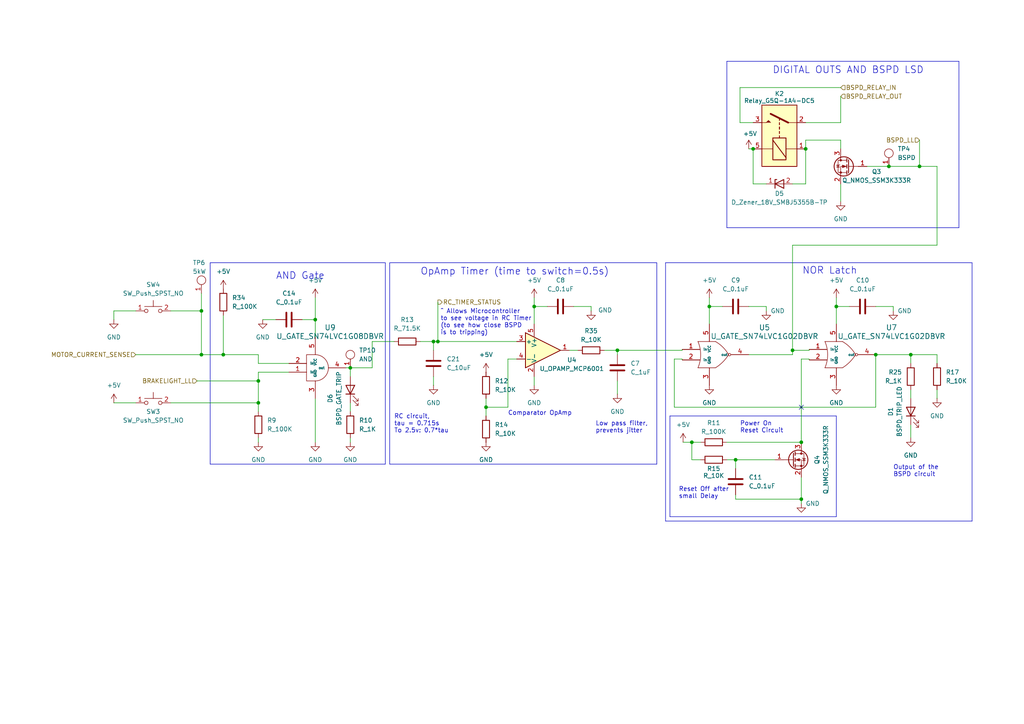
<source format=kicad_sch>
(kicad_sch (version 20231120) (generator "eeschema") (generator_version "8.0")
  (paper "A4")
  (title_block (title "BSPD (Brake System Plausability Device)") (date "2024-10-23") (rev "2") (company "Olin Electric Motorsports") (comment 1 "Rev. by Henry Tejada Deras") (comment 2 "By Ian Walsh"))
  (lib_symbols
    (symbol "+5V_1" (power) (pin_numbers hide) (pin_names (offset 0) hide)
      (property "Value" "+5V" (at 0 3.556 0))
      (symbol "+5V_1_1_1"
        (pin power_in line (at 0 0 90) (length 0) (name "~") (number "1"))
      )
    )
    (symbol "+5V_2" (power) (pin_numbers hide) (pin_names (offset 0) hide)
      (property "Value" "+5V" (at 0 3.556 0))
      (symbol "+5V_2_1_1"
        (pin power_in line (at 0 0 90) (length 0) (name "~") (number "1"))
      )
    )
    (symbol "GND_2" (power) (pin_numbers hide) (pin_names (offset 0) hide)
      (property "Value" "GND" (at 0 -3.81 0))
      (symbol "GND_2_1_1"
        (pin power_in line (at 0 0 270) (length 0) (name "~") (number "1"))
      )
    )
    (symbol "OEM:C_0.1uF" (pin_numbers hide) (pin_names (offset 0.254))
      (property "Reference" "C" (at 0.635 2.54 0))
      (property "Value" "C_0.1uF" (at 0.635 -2.54 0))
      (symbol "C_0.1uF_1_1"
        (pin passive line (at 0 3.81 270) (length 2.794) (name "~") (number "1"))
        (pin passive line (at 0 -3.81 90) (length 2.794) (name "~") (number "2"))
      )
    )
    (symbol "OEM:C_10uF" (pin_numbers hide) (pin_names (offset 0.254))
      (property "Reference" "C" (at 0.635 2.54 0))
      (property "Value" "C_10uF" (at 0.635 -2.54 0))
      (symbol "C_10uF_1_1"
        (pin passive line (at 0 3.81 270) (length 2.794) (name "~") (number "1"))
        (pin passive line (at 0 -3.81 90) (length 2.794) (name "~") (number "2"))
      )
    )
    (symbol "OEM:C_1uF" (pin_numbers hide) (pin_names (offset 0.254))
      (property "Reference" "C" (at 0.635 2.54 0))
      (property "Value" "C_1uF" (at 0.635 -2.54 0))
      (symbol "C_1uF_1_1"
        (pin passive line (at 0 3.81 270) (length 2.794) (name "~") (number "1"))
        (pin passive line (at 0 -3.81 90) (length 2.794) (name "~") (number "2"))
      )
    )
    (symbol "OEM:D_Zener_18V_SMBJ5355B-TP" (pin_names (offset 1.016) hide)
      (property "Reference" "D" (at 0 2.54 0))
      (property "Value" "D_Zener_18V_SMBJ5355B-TP" (at 0 -2.54 0))
      (symbol "D_Zener_18V_SMBJ5355B-TP_1_1"
        (pin passive line (at -3.81 0 0) (length 2.54) (name "K") (number "1"))
        (pin passive line (at 3.81 0 180) (length 2.54) (name "A") (number "2"))
      )
    )
    (symbol "OEM:LED_AMBER" (pin_numbers hide) (pin_names (offset 1.016) hide)
      (property "Reference" "D" (at 0 2.54 0))
      (property "Value" "LED_AMBER" (at 0 -2.54 0))
      (symbol "LED_AMBER_1_1"
        (pin passive line (at -3.81 0 0) (length 2.54) (name "K") (number "1"))
        (pin passive line (at 3.81 0 180) (length 2.54) (name "A") (number "2"))
      )
    )
    (symbol "OEM:LED_RED" (pin_numbers hide) (pin_names (offset 1.016) hide)
      (property "Reference" "D" (at 0 2.54 0))
      (property "Value" "LED_RED" (at 0 -2.54 0))
      (symbol "LED_RED_1_1"
        (pin passive line (at -3.81 0 0) (length 2.54) (name "K") (number "1"))
        (pin passive line (at 3.81 0 180) (length 2.54) (name "A") (number "2"))
      )
    )
    (symbol "OEM:Q_NMOS_SSM3K333R" (pin_names (offset 0) hide)
      (property "Reference" "Q" (at 5.08 1.27 0))
      (property "Value" "Q_NMOS_SSM3K333R" (at 5.08 -1.27 0))
      (symbol "Q_NMOS_SSM3K333R_1_1"
        (pin input line (at -5.08 0 0) (length 2.54) (name "G") (number "1"))
        (pin passive line (at 2.54 -5.08 90) (length 2.54) (name "S") (number "2"))
        (pin passive line (at 2.54 5.08 270) (length 2.54) (name "D") (number "3"))
      )
    )
    (symbol "OEM:R_100K" (pin_numbers hide) (pin_names (offset 0))
      (property "Reference" "R" (at 2.032 0 90))
      (property "Value" "R_100K" (at 0 0 90))
      (symbol "R_100K_1_1"
        (pin passive line (at 0 3.81 270) (length 1.27) (name "~") (number "1"))
        (pin passive line (at 0 -3.81 90) (length 1.27) (name "~") (number "2"))
      )
    )
    (symbol "OEM:R_10K" (pin_numbers hide) (pin_names (offset 0))
      (property "Reference" "R" (at 2.032 0 90))
      (property "Value" "R_10K" (at 0 0 90))
      (symbol "R_10K_1_1"
        (pin passive line (at 0 3.81 270) (length 1.27) (name "~") (number "1"))
        (pin passive line (at 0 -3.81 90) (length 1.27) (name "~") (number "2"))
      )
    )
    (symbol "OEM:R_1K" (pin_numbers hide) (pin_names (offset 0))
      (property "Reference" "R" (at 2.032 0 90))
      (property "Value" "R_1K" (at 0 0 90))
      (symbol "R_1K_1_1"
        (pin passive line (at 0 3.81 270) (length 1.27) (name "~") (number "1"))
        (pin passive line (at 0 -3.81 90) (length 1.27) (name "~") (number "2"))
      )
    )
    (symbol "OEM:R_71.5K" (pin_numbers hide) (pin_names (offset 0))
      (property "Reference" "R" (at 2.032 0 90))
      (property "Value" "R_71.5K" (at 0 0 90))
      (symbol "R_71.5K_1_1"
        (pin passive line (at 0 3.81 270) (length 1.27) (name "~") (number "1"))
        (pin passive line (at 0 -3.81 90) (length 1.27) (name "~") (number "2"))
      )
    )
    (symbol "OEM:Relay_G5Q-1A4-DC5" (pin_names (offset 1.016))
      (property "Reference" "K" (at 8.89 3.81 0))
      (property "Value" "Relay_G5Q-1A4-DC5" (at -10.16 -3.81 0))
      (symbol "Relay_G5Q-1A4-DC5_1_1"
        (pin passive line (at -5.08 -7.62 90) (length 2.54) (name "~") (number "1"))
        (pin passive line (at 2.54 -7.62 90) (length 2.54) (name "~") (number "2"))
        (pin passive line (at 2.54 7.62 270) (length 2.54) (name "~") (number "3"))
        (pin passive line (at -5.08 7.62 270) (length 2.54) (name "~") (number "5"))
      )
    )
    (symbol "OEM:TP_SMD" (pin_names (offset 1.016))
      (property "Reference" "TP" (at 0 7.62 0))
      (property "Value" "TP_SMD" (at 1.27 5.08 0))
      (symbol "TP_SMD_1_1"
        (pin input line (at 0 -1.27 90) (length 2.54) (name "~") (number "1"))
      )
    )
    (symbol "OEM:U_GATE_SN74LVC1G02DBVR" (pin_names (offset 1.016))
      (property "Reference" "U" (at 0 17.78 0))
      (property "Value" "U_GATE_SN74LVC1G02DBVR" (at 0 13.97 0))
      (symbol "U_GATE_SN74LVC1G02DBVR_1_1"
        (pin bidirectional line (at -7.874 1.524 0) (length 5.08) (name "in") (number "1"))
        (pin bidirectional line (at -7.874 -1.524 0) (length 5.08) (name "in") (number "2"))
        (pin bidirectional line (at 0 -8.89 90) (length 5.08) (name "GND") (number "3"))
        (pin bidirectional line (at 11.43 0 180) (length 5.08) (name "out") (number "4"))
        (pin bidirectional line (at 0 8.89 270) (length 5.08) (name "VCC") (number "5"))
      )
    )
    (symbol "OEM:U_GATE_SN74LVC1G08DBVR" (pin_names (offset 1.016))
      (property "Reference" "U" (at 0 12.7 0))
      (property "Value" "U_GATE_SN74LVC1G08DBVR" (at 0 16.51 0))
      (symbol "U_GATE_SN74LVC1G08DBVR_1_1"
        (pin bidirectional line (at -7.62 -1.27 0) (length 5.08) (name "in") (number "1"))
        (pin bidirectional line (at -7.62 1.27 0) (length 5.08) (name "in") (number "2"))
        (pin bidirectional line (at 0 -8.89 90) (length 5.08) (name "GND") (number "3"))
        (pin bidirectional line (at 8.89 0 180) (length 5.08) (name "out") (number "4"))
        (pin bidirectional line (at 0 8.89 270) (length 5.08) (name "VCC") (number "5"))
      )
    )
    (symbol "OEM:U_OPAMP_MCP6001" (pin_names (offset 0.127))
      (property "Reference" "U" (at 0 5.08 0))
      (property "Value" "U_OPAMP_MCP6001" (at 0 -5.08 0))
      (symbol "U_OPAMP_MCP6001_0_1"
        (pin power_in line (at -2.54 -7.62 90) (length 3.81) (name "V-") (number "2"))
        (pin power_in line (at -2.54 7.62 270) (length 3.81) (name "V+") (number "5"))
      )
      (symbol "U_OPAMP_MCP6001_1_1"
        (pin output line (at 7.62 0 180) (length 2.54) (name "~") (number "1"))
        (pin input line (at -7.62 2.54 0) (length 2.54) (name "+") (number "3"))
        (pin input line (at -7.62 -2.54 0) (length 2.54) (name "-") (number "4"))
      )
    )
    (symbol "SW_Push_SPST_NO_1" (pin_names (offset 1.016) hide)
      (property "Reference" "SW" (at 2.54 3.81 0))
      (property "Value" "SW_Push_SPST_NO" (at 1.27 -2.54 0))
      (symbol "SW_Push_SPST_NO_1_1_1"
        (pin passive line (at -5.08 0 0) (length 2.54) (name "1") (number "1"))
        (pin passive line (at 5.08 0 180) (length 2.54) (name "2") (number "2"))
      )
    )
    (symbol "TP_SMD_1" (pin_names (offset 1.016))
      (property "Reference" "TP" (at 0 7.62 0))
      (property "Value" "TP_SMD" (at 1.27 5.08 0))
      (symbol "TP_SMD_1_1_1"
        (pin input line (at 0 -1.27 90) (length 2.54) (name "~") (number "1"))
      )
    )
    (symbol "TP_SMD_2" (pin_names (offset 1.016))
      (property "Reference" "TP" (at 0 7.62 0))
      (property "Value" "TP_SMD" (at 1.27 5.08 0))
      (symbol "TP_SMD_2_1_1"
        (pin input line (at 0 -1.27 90) (length 2.54) (name "~") (number "1"))
      )
    )
    (symbol "power:+5V" (power) (pin_names (offset 0))
      (property "Value" "+5V" (at 0 3.556 0))
      (symbol "+5V_1_1"
        (pin power_in line (at 0 0 90) (length 0) hide (name "+5V") (number "1"))
      )
    )
    (symbol "power:GND" (power) (pin_numbers hide) (pin_names (offset 0) hide)
      (property "Value" "GND" (at 0 -3.81 0))
      (symbol "GND_1_1"
        (pin power_in line (at 0 0 270) (length 0) (name "~") (number "1"))
      )
    )
  )
  (junction (at 125.73 99.06))
  (junction (at 213.36 133.35))
  (junction (at 264.16 102.87))
  (junction (at 242.57 88.9))
  (junction (at 58.42 102.87))
  (junction (at 127 99.06))
  (junction (at 266.7 48.26))
  (junction (at 91.44 92.71))
  (junction (at 58.42 90.17))
  (junction (at 254 102.87))
  (junction (at 233.68 43.18))
  (junction (at 140.97 118.11))
  (junction (at 205.74 88.9))
  (junction (at 154.94 88.9))
  (junction (at 257.81 48.26))
  (junction (at 74.93 116.84))
  (junction (at 232.41 128.27))
  (junction (at 232.41 144.78))
  (junction (at 200.66 128.27))
  (junction (at 218.44 43.18))
  (junction (at 229.87 101.6))
  (junction (at 64.77 102.87))
  (junction (at 179.07 101.6))
  (junction (at 101.6 106.68))
  (junction (at 74.93 110.49))
  (no_connect (at 232.41 118.11))
  (polyline (pts (xy 193.04 76.2) (xy 193.04 151.13)))
  (wire (pts (xy 100.33 106.68) (xy 101.6 106.68)))
  (wire (pts (xy 229.87 101.6) (xy 234.696 101.6)))
  (wire (pts (xy 154.94 86.36) (xy 154.94 88.9)))
  (wire (pts (xy 58.42 85.09) (xy 58.42 90.17)))
  (wire (pts (xy 264.16 123.19) (xy 264.16 127)))
  (polyline (pts (xy 193.04 151.13) (xy 281.94 151.13)))
  (wire (pts (xy 200.66 128.27) (xy 203.2 128.27)))
  (wire (pts (xy 271.78 113.03) (xy 271.78 115.57)))
  (wire (pts (xy 232.41 144.78) (xy 232.41 146.05)))
  (wire (pts (xy 243.84 25.4) (xy 214.63 25.4)))
  (wire (pts (xy 214.63 25.4) (xy 214.63 35.56)))
  (wire (pts (xy 266.7 40.64) (xy 266.7 48.26)))
  (wire (pts (xy 232.41 138.43) (xy 232.41 144.78)))
  (wire (pts (xy 57.15 110.49) (xy 74.93 110.49)))
  (polyline (pts (xy 193.04 76.2) (xy 281.94 76.2)))
  (polyline (pts (xy 60.96 76.2) (xy 111.76 76.2)))
  (wire (pts (xy 101.6 116.84) (xy 101.6 119.38)))
  (wire (pts (xy 165.1 101.6) (xy 167.64 101.6)))
  (wire (pts (xy 121.92 99.06) (xy 125.73 99.06)))
  (wire (pts (xy 229.87 102.87) (xy 229.87 101.6)))
  (wire (pts (xy 217.17 88.9) (xy 222.25 88.9)))
  (polyline (pts (xy 190.5 134.62) (xy 190.5 76.2)))
  (wire (pts (xy 101.6 109.22) (xy 101.6 106.68)))
  (wire (pts (xy 49.53 116.84) (xy 74.93 116.84)))
  (wire (pts (xy 64.77 102.87) (xy 74.93 102.87)))
  (wire (pts (xy 214.63 35.56) (xy 218.44 35.56)))
  (wire (pts (xy 175.26 101.6) (xy 179.07 101.6)))
  (wire (pts (xy 213.36 143.51) (xy 213.36 144.78)))
  (wire (pts (xy 87.63 92.71) (xy 91.44 92.71)))
  (wire (pts (xy 264.16 113.03) (xy 264.16 115.57)))
  (wire (pts (xy 125.73 99.06) (xy 127 99.06)))
  (wire (pts (xy 107.95 106.68) (xy 107.95 99.06)))
  (wire (pts (xy 232.41 128.27) (xy 210.82 128.27)))
  (wire (pts (xy 205.74 86.36) (xy 205.74 88.9)))
  (wire (pts (xy 229.87 53.34) (xy 233.68 53.34)))
  (wire (pts (xy 243.84 53.34) (xy 243.84 58.42)))
  (wire (pts (xy 91.44 97.79) (xy 91.44 92.71)))
  (polyline (pts (xy 194.31 120.65) (xy 194.31 149.86)))
  (wire (pts (xy 242.57 88.9) (xy 242.57 93.98)))
  (wire (pts (xy 213.36 133.35) (xy 224.79 133.35)))
  (wire (pts (xy 232.41 104.14) (xy 232.41 128.27)))
  (wire (pts (xy 154.94 88.9) (xy 154.94 93.98)))
  (wire (pts (xy 195.58 104.14) (xy 197.866 104.14)))
  (wire (pts (xy 125.73 99.06) (xy 125.73 101.6)))
  (polyline (pts (xy 281.94 76.2) (xy 281.94 151.13)))
  (wire (pts (xy 149.86 104.14) (xy 147.32 104.14)))
  (wire (pts (xy 217.17 102.87) (xy 229.87 102.87)))
  (wire (pts (xy 197.866 101.6) (xy 197.866 101.346)))
  (wire (pts (xy 233.68 43.18) (xy 233.68 53.34)))
  (wire (pts (xy 58.42 90.17) (xy 58.42 102.87)))
  (polyline (pts (xy 111.76 134.62) (xy 111.76 76.2)))
  (wire (pts (xy 271.78 48.26) (xy 266.7 48.26)))
  (wire (pts (xy 271.78 48.26) (xy 271.78 71.12)))
  (wire (pts (xy 179.07 101.6) (xy 197.866 101.6)))
  (wire (pts (xy 74.93 127) (xy 74.93 128.27)))
  (wire (pts (xy 271.78 71.12) (xy 229.87 71.12)))
  (wire (pts (xy 33.02 90.17) (xy 39.37 90.17)))
  (wire (pts (xy 140.97 118.11) (xy 140.97 120.65)))
  (wire (pts (xy 234.696 101.6) (xy 234.696 101.346)))
  (wire (pts (xy 205.74 88.9) (xy 209.55 88.9)))
  (wire (pts (xy 74.93 102.87) (xy 74.93 105.41)))
  (wire (pts (xy 58.42 102.87) (xy 64.77 102.87)))
  (wire (pts (xy 271.78 102.87) (xy 271.78 105.41)))
  (wire (pts (xy 107.95 99.06) (xy 114.3 99.06)))
  (wire (pts (xy 147.32 104.14) (xy 147.32 118.11)))
  (wire (pts (xy 179.07 101.6) (xy 179.07 102.87)))
  (wire (pts (xy 179.07 110.49) (xy 179.07 114.3)))
  (wire (pts (xy 233.68 40.64) (xy 243.84 40.64)))
  (wire (pts (xy 218.44 43.18) (xy 218.44 53.34)))
  (wire (pts (xy 205.74 88.9) (xy 205.74 93.98)))
  (wire (pts (xy 259.08 88.9) (xy 259.08 90.17)))
  (wire (pts (xy 234.696 104.14) (xy 234.696 104.394)))
  (wire (pts (xy 39.37 102.87) (xy 58.42 102.87)))
  (wire (pts (xy 217.17 43.18) (xy 218.44 43.18)))
  (wire (pts (xy 232.41 104.14) (xy 234.696 104.14)))
  (wire (pts (xy 257.81 48.26) (xy 266.7 48.26)))
  (polyline (pts (xy 113.03 76.2) (xy 190.5 76.2)))
  (wire (pts (xy 74.93 116.84) (xy 74.93 119.38)))
  (polyline (pts (xy 242.57 120.65) (xy 242.57 149.86)))
  (wire (pts (xy 76.2 92.71) (xy 80.01 92.71)))
  (polyline (pts (xy 113.03 76.2) (xy 113.03 134.62)))
  (wire (pts (xy 254 102.87) (xy 254 118.11)))
  (wire (pts (xy 154.94 88.9) (xy 158.75 88.9)))
  (wire (pts (xy 64.77 91.44) (xy 64.77 102.87)))
  (wire (pts (xy 195.58 104.14) (xy 195.58 118.11)))
  (wire (pts (xy 166.37 88.9) (xy 171.45 88.9)))
  (polyline (pts (xy 242.57 149.86) (xy 194.31 149.86)))
  (wire (pts (xy 203.2 133.35) (xy 200.66 133.35)))
  (polyline (pts (xy 278.13 17.78) (xy 278.13 66.04)))
  (wire (pts (xy 233.68 40.64) (xy 233.68 43.18)))
  (wire (pts (xy 74.93 105.41) (xy 83.82 105.41)))
  (wire (pts (xy 197.866 104.14) (xy 197.866 104.394)))
  (wire (pts (xy 242.57 86.36) (xy 242.57 88.9)))
  (wire (pts (xy 222.25 88.9) (xy 222.25 90.17)))
  (wire (pts (xy 198.12 128.27) (xy 200.66 128.27)))
  (wire (pts (xy 243.84 40.64) (xy 243.84 43.18)))
  (polyline (pts (xy 194.31 120.65) (xy 242.57 120.65)))
  (polyline (pts (xy 278.13 66.04) (xy 210.82 66.04)))
  (wire (pts (xy 33.02 90.17) (xy 33.02 92.71)))
  (wire (pts (xy 243.84 27.94) (xy 243.84 35.56)))
  (wire (pts (xy 74.93 107.95) (xy 83.82 107.95)))
  (wire (pts (xy 200.66 128.27) (xy 200.66 133.35)))
  (wire (pts (xy 74.93 110.49) (xy 74.93 116.84)))
  (wire (pts (xy 49.53 90.17) (xy 58.42 90.17)))
  (wire (pts (xy 171.45 88.9) (xy 171.45 90.17)))
  (wire (pts (xy 101.6 127) (xy 101.6 128.27)))
  (wire (pts (xy 127 99.06) (xy 149.86 99.06)))
  (polyline (pts (xy 60.96 76.2) (xy 60.96 134.62)))
  (wire (pts (xy 213.36 144.78) (xy 232.41 144.78)))
  (wire (pts (xy 254 88.9) (xy 259.08 88.9)))
  (wire (pts (xy 218.44 53.34) (xy 222.25 53.34)))
  (wire (pts (xy 229.87 71.12) (xy 229.87 101.6)))
  (wire (pts (xy 125.73 109.22) (xy 125.73 111.76)))
  (wire (pts (xy 127 87.63) (xy 127 99.06)))
  (wire (pts (xy 210.82 133.35) (xy 213.36 133.35)))
  (polyline (pts (xy 210.82 66.04) (xy 210.82 17.78)))
  (wire (pts (xy 91.44 86.36) (xy 91.44 92.71)))
  (wire (pts (xy 154.94 109.22) (xy 154.94 111.76)))
  (wire (pts (xy 140.97 115.57) (xy 140.97 118.11)))
  (wire (pts (xy 264.16 102.87) (xy 264.16 105.41)))
  (wire (pts (xy 233.68 35.56) (xy 243.84 35.56)))
  (wire (pts (xy 101.6 106.68) (xy 107.95 106.68)))
  (polyline (pts (xy 113.03 134.62) (xy 190.5 134.62)))
  (wire (pts (xy 91.44 115.57) (xy 91.44 128.27)))
  (wire (pts (xy 254 102.87) (xy 264.16 102.87)))
  (wire (pts (xy 213.36 133.35) (xy 213.36 135.89)))
  (polyline (pts (xy 60.96 134.62) (xy 111.76 134.62)))
  (polyline (pts (xy 278.13 17.78) (xy 210.82 17.78)))
  (wire (pts (xy 251.46 48.26) (xy 257.81 48.26)))
  (wire (pts (xy 147.32 118.11) (xy 140.97 118.11)))
  (wire (pts (xy 264.16 102.87) (xy 271.78 102.87)))
  (wire (pts (xy 33.02 116.84) (xy 39.37 116.84)))
  (wire (pts (xy 195.58 118.11) (xy 254 118.11)))
  (wire (pts (xy 74.93 110.49) (xy 74.93 107.95)))
  (wire (pts (xy 242.57 88.9) (xy 246.38 88.9)))
  (text "OpAmp Timer (time to switch=0.5s)" (at 121.92 80.01 0) (effects (font (size 2 2)) (justify left bottom)))
  (text "Comparator OpAmp" (at 147.32 120.65 0) (effects (font (size 1.27 1.27)) (justify left bottom)))
  (text "^ Allows Microcontroller \nto see voltage in RC Timer\n(to see how close BSPD \nis to tripping)" (at 127.762 93.472 0) (effects (font (size 1.27 1.27)) (justify left)))
  (text "AND Gate" (at 80.01 81.28 0) (effects (font (size 2 2)) (justify left bottom)))
  (text "DIGITAL OUTS AND BSPD LSD" (at 267.97 21.59 0) (effects (font (size 2 2)) (justify right bottom)))
  (text "Low pass filter,\nprevents jitter" (at 172.72 125.73 0) (effects (font (size 1.27 1.27)) (justify left bottom)))
  (text "Reset Off after\nsmall Delay" (at 196.85 144.78 0) (effects (font (size 1.27 1.27)) (justify left bottom)))
  (text "RC circuit,\ntau = 0.715s\nTo 2.5v: 0.7*tau" (at 114.3 125.73 0) (effects (font (size 1.27 1.27)) (justify left bottom)))
  (text "NOR Latch" (at 232.664 79.756 0) (effects (font (size 2 2)) (justify left bottom)))
  (text "Output of the\nBSPD circuit" (at 259.08 138.43 0) (effects (font (size 1.27 1.27)) (justify left bottom)))
  (text "Power On\nReset Circuit" (at 214.63 125.73 0) (effects (font (size 1.27 1.27)) (justify left bottom)))
  (hierarchical_label "BSPD_LL" (shape input) (at 266.7 40.64 180))
  (hierarchical_label "RC_TIMER_STATUS" (shape output) (at 127 87.63 0))
  (hierarchical_label "MOTOR_CURRENT_SENSE" (shape input) (at 39.37 102.87 180))
  (hierarchical_label "BSPD_RELAY_OUT" (shape input) (at 243.84 27.94 0))
  (hierarchical_label "BRAKELIGHT_LL" (shape input) (at 57.15 110.49 180))
  (hierarchical_label "BSPD_RELAY_IN" (shape input) (at 243.84 25.4 0))
  (symbol (lib_name "GND_2") (lib_id "power:GND") (at 222.25 90.17 0) (unit 1)
    (property "Reference" "#PWR?" (effects (hide yes)))
    (property "Value" "GND" (at 225.552 90.17 0))
    (property "Description" "Power symbol creates a global label with name \"GND\" , ground" (effects (hide yes)))
  )
  (symbol (lib_name "GND_2") (lib_id "power:GND") (at 33.02 92.71 0) (unit 1)
    (property "Reference" "#PWR?" (effects (hide yes)))
    (property "Value" "GND" (at 33.02 97.79 0))
    (property "Description" "Power symbol creates a global label with name \"GND\" , ground" (effects (hide yes)))
  )
  (symbol (lib_name "GND_2") (lib_id "power:GND") (at 140.97 128.27 0) (unit 1)
    (property "Reference" "#PWR?" (effects (hide yes)))
    (property "Value" "GND" (at 140.97 133.35 0))
    (property "Description" "Power symbol creates a global label with name \"GND\" , ground" (effects (hide yes)))
  )
  (symbol (lib_id "OEM:R_71.5K") (at 118.11 99.06 270) (unit 1)
    (property "Reference" "R13" (at 118.11 92.71 90))
    (property "Value" "R_71.5K" (at 118.11 95.25 90))
    (property "Footprint" "OEM:R_0603" (effects (hide yes)))
    (property "Datasheet" "${OEM_DIR}/parts/datasheets/stackpole_RMCF_RMCP.pdf" (effects (hide yes)))
    (property "Description" "Resistor 71.5K ohm 0603 1/10W 1%" (effects (hide yes)))
    (property "MPN" "RMCF0603FT71K5" (effects (hide yes)))
    (property "DKPN" "RMCF0603FT71K5DKR-ND" (effects (hide yes)))
    (property "MFN" "Stackpole Electronics" (effects (hide yes)))
    (property "NewDesigns" "YES" (effects (hide yes)))
    (property "Stocked" "Digi-Reel" (effects (hide yes)))
    (property "Package" "0603" (effects (hide yes)))
    (property "Style" "SMD" (effects (hide yes)))
  )
  (symbol (lib_id "OEM:R_10K") (at 271.78 109.22 0) (unit 1)
    (property "Reference" "R17" (at 274.32 107.9499 0) (effects (justify left)))
    (property "Value" "R_10K" (at 274.32 110.4899 0) (effects (justify left)))
    (property "Footprint" "OEM:R_0603" (effects (hide yes)))
    (property "Datasheet" "${OEM_DIR}/parts/datasheets/stackpole_RMCF_RMCP.pdf" (effects (hide yes)))
    (property "Description" "Resistor 10K ohm 0603 1/10W 1%" (effects (hide yes)))
    (property "MPN" "RMCF0603FT10K0" (effects (hide yes)))
    (property "MFN" "Stackpole Electronics" (effects (hide yes)))
    (property "DKPN" "RMCF0603FT10K0TR-ND" (effects (hide yes)))
    (property "Package" "0603" (effects (hide yes)))
    (property "NewDesigns" "YES" (effects (hide yes)))
    (property "Stocked" "Reel" (effects (hide yes)))
    (property "Style" "SMD" (effects (hide yes)))
  )
  (symbol (lib_id "OEM:R_1K") (at 101.6 123.19 0) (unit 1)
    (property "Reference" "R10" (at 104.14 121.9199 0) (effects (justify left)))
    (property "Value" "R_1K" (at 104.14 124.4599 0) (effects (justify left)))
    (property "Footprint" "OEM:R_0603" (effects (hide yes)))
    (property "Datasheet" "${OEM_DIR}/parts/datasheets/stackpole_RMCF_RMCP.pdf" (effects (hide yes)))
    (property "Description" "Resistor 1K ohm 0603 1/10W 1%" (effects (hide yes)))
    (property "MPN" "RMCF0603FT1K00" (effects (hide yes)))
    (property "DKPN" "RMCF0603FT1K00TR-ND" (effects (hide yes)))
    (property "MFN" "Stackpole Electronics" (effects (hide yes)))
    (property "NewDesigns" "YES" (effects (hide yes)))
    (property "Stocked" "Reel" (effects (hide yes)))
    (property "Package" "0603" (effects (hide yes)))
    (property "Style" "SMD" (effects (hide yes)))
  )
  (symbol (lib_id "OEM:Q_NMOS_SSM3K333R") (at 246.38 48.26 0) (mirror y) (unit 1)
    (property "Reference" "Q3" (at 254.254 49.784 0))
    (property "Value" "Q_NMOS_SSM3K333R" (at 254.254 52.324 0))
    (property "Footprint" "OEM:SOT-23F" (effects (hide yes)))
    (property "Datasheet" "${OEM_DIR}/parts/datasheets/toshiba_SSM3K333R.pdf" (effects (hide yes)))
    (property "Description" "N-MOSFET transistor 30V 6A 5V drive" (effects (hide yes)))
    (property "MPN" "SSM3K333R,LF" (effects (hide yes)))
    (property "MFN" "Toshiba" (effects (hide yes)))
    (property "DKPN" "SSM3K333RLFDKR-ND" (effects (hide yes)))
    (property "Package" "SOT-23" (effects (hide yes)))
    (property "NewDesigns" "YES" (effects (hide yes)))
    (property "Stocked" "Digi-Reel" (effects (hide yes)))
    (property "Style" "SMD" (effects (hide yes)))
  )
  (symbol (lib_id "OEM:Q_NMOS_SSM3K333R") (at 229.87 133.35 0) (unit 1)
    (property "Reference" "Q4" (at 236.982 133.35 90))
    (property "Value" "Q_NMOS_SSM3K333R" (at 239.522 133.35 90))
    (property "Footprint" "OEM:SOT-23F" (effects (hide yes)))
    (property "Datasheet" "${OEM_DIR}/parts/datasheets/toshiba_SSM3K333R.pdf" (effects (hide yes)))
    (property "Description" "N-MOSFET transistor 30V 6A 5V drive" (effects (hide yes)))
    (property "MPN" "SSM3K333R,LF" (effects (hide yes)))
    (property "MFN" "Toshiba" (effects (hide yes)))
    (property "DKPN" "SSM3K333RLFDKR-ND" (effects (hide yes)))
    (property "Package" "SOT-23" (effects (hide yes)))
    (property "NewDesigns" "YES" (effects (hide yes)))
    (property "Stocked" "Digi-Reel" (effects (hide yes)))
    (property "Style" "SMD" (effects (hide yes)))
  )
  (symbol (lib_name "GND_2") (lib_id "power:GND") (at 76.2 92.71 0) (unit 1)
    (property "Reference" "#PWR?" (effects (hide yes)))
    (property "Value" "GND" (at 76.2 97.79 0))
    (property "Description" "Power symbol creates a global label with name \"GND\" , ground" (effects (hide yes)))
  )
  (symbol (lib_id "OEM:D_Zener_18V_SMBJ5355B-TP") (at 226.06 53.34 0) (unit 1)
    (property "Reference" "D5" (at 226.06 56.134 0))
    (property "Value" "D_Zener_18V_SMBJ5355B-TP" (at 226.06 58.674 0))
    (property "Footprint" "OEM:DO-214AA" (effects (hide yes)))
    (property "Datasheet" "https://www.mccsemi.com/pdf/Products/SMBJ5338B-SMBJ5388B(SMB).pdf" (effects (hide yes)))
    (property "Description" "Zener diode 18V 5W 5%" (effects (hide yes)))
    (property "MPN" "SMBJ5355B-TP" (effects (hide yes)))
    (property "MFN" "Micro Commercial Co" (effects (hide yes)))
    (property "DKPN" "SMBJ5355B-TPMSCT-ND" (effects (hide yes)))
    (property "NewDesigns" "YES" (effects (hide yes)))
    (property "Stocked" "Tape" (effects (hide yes)))
    (property "Package" "DO-214AA" (effects (hide yes)))
    (property "Style" "SMD" (effects (hide yes)))
  )
  (symbol (lib_name "GND_2") (lib_id "power:GND") (at 205.74 111.76 0) (unit 1)
    (property "Reference" "#PWR?" (effects (hide yes)))
    (property "Value" "GND" (at 205.74 116.84 0))
    (property "Description" "Power symbol creates a global label with name \"GND\" , ground" (effects (hide yes)))
  )
  (symbol (lib_id "OEM:C_1uF") (at 179.07 106.68 0) (unit 1)
    (property "Reference" "C7" (at 182.88 105.4099 0) (effects (justify left)))
    (property "Value" "C_1uF" (at 182.88 107.9499 0) (effects (justify left)))
    (property "Footprint" "OEM:C_0603" (effects (hide yes)))
    (property "Datasheet" "https://media.digikey.com/pdf/Data%20Sheets/Samsung%20PDFs/CL10B105KA8NNNC_spec.pdf" (effects (hide yes)))
    (property "Description" "Unpolarized capacitor 1uF 10% 25V X7R 0603" (effects (hide yes)))
    (property "MPN" "CL10B105KA8NNNC" (effects (hide yes)))
    (property "MFN" "Samsung Electro-Mechanics" (effects (hide yes)))
    (property "DKPN" "1276-1184-2-ND" (effects (hide yes)))
    (property "Package" "0603" (effects (hide yes)))
    (property "Stocked" "Reel" (effects (hide yes)))
    (property "NewDesigns" "YES" (effects (hide yes)))
    (property "Style" "SMD" (effects (hide yes)))
  )
  (symbol (lib_id "OEM:U_GATE_SN74LVC1G08DBVR") (at 91.44 106.68 0) (unit 1)
    (property "Reference" "U9" (at 95.758 94.996 0) (effects (font (size 1.524 1.524))))
    (property "Value" "U_GATE_SN74LVC1G08DBVR" (at 95.758 97.536 0) (effects (font (size 1.524 1.524))))
    (property "Footprint" "OEM:SOT-23-5_OEM" (effects (hide yes)))
    (property "Datasheet" "http://www.ti.com/lit/ds/symlink/sn74lvc1g08.pdf" (effects (hide yes)))
    (property "Description" "AND Gate" (effects (hide yes)))
    (property "MPN" "SN74LVC1G08DBVR" (effects (hide yes)))
    (property "MFN" "Texas Instruments" (effects (hide yes)))
    (property "DKPN" "296-11601-1-ND" (effects (hide yes)))
    (property "Stocked" "Tape" (effects (hide yes)))
    (property "NewDesigns" "YES" (effects (hide yes)))
    (property "Package" "SOT-23-5" (effects (hide yes)))
    (property "Style" "SMD" (effects (hide yes)))
  )
  (symbol (lib_name "+5V_1") (lib_id "power:+5V") (at 33.02 116.84 0) (unit 1)
    (property "Reference" "#PWR?" (effects (hide yes)))
    (property "Value" "+5V" (at 33.02 111.76 0))
    (property "Description" "Power symbol creates a global label with name \"+5V\"" (effects (hide yes)))
  )
  (symbol (lib_id "OEM:R_100K") (at 64.77 87.63 0) (unit 1)
    (property "Reference" "R34" (at 67.31 86.3599 0) (effects (justify left)))
    (property "Value" "R_100K" (at 67.31 88.8999 0) (effects (justify left)))
    (property "Footprint" "OEM:R_0603" (effects (hide yes)))
    (property "Datasheet" "${OEM_DIR}/parts/datasheets/stackpole_RMCF_RMCP.pdf" (effects (hide yes)))
    (property "Description" "Resistor 100K ohms 0603 1/10W 1%" (effects (hide yes)))
    (property "MPN" "RMCF0603FT100K" (effects (hide yes)))
    (property "MFN" "Stackpole Electronics" (effects (hide yes)))
    (property "DKPN" "RMCF0603FT100KTR-ND" (effects (hide yes)))
    (property "NewDesigns" "YES" (effects (hide yes)))
    (property "Stocked" "Reel" (effects (hide yes)))
    (property "Package" "0603" (effects (hide yes)))
    (property "Style" "SMD" (effects (hide yes)))
  )
  (symbol (lib_name "GND_2") (lib_id "power:GND") (at 101.6 128.27 0) (unit 1)
    (property "Reference" "#PWR?" (effects (hide yes)))
    (property "Value" "GND" (at 101.6 133.35 0))
    (property "Description" "Power symbol creates a global label with name \"GND\" , ground" (effects (hide yes)))
  )
  (symbol (lib_name "+5V_1") (lib_id "power:+5V") (at 242.57 86.36 0) (unit 1)
    (property "Reference" "#PWR?" (effects (hide yes)))
    (property "Value" "+5V" (at 242.57 81.28 0))
    (property "Description" "Power symbol creates a global label with name \"+5V\"" (effects (hide yes)))
  )
  (symbol (lib_name "GND_2") (lib_id "power:GND") (at 179.07 114.3 0) (unit 1)
    (property "Reference" "#PWR?" (effects (hide yes)))
    (property "Value" "GND" (at 179.07 119.38 0))
    (property "Description" "Power symbol creates a global label with name \"GND\" , ground" (effects (hide yes)))
  )
  (symbol (lib_name "SW_Push_SPST_NO_1") (lib_id "OEM:SW_Push_SPST_NO") (at 44.45 90.17 0) (unit 1)
    (property "Reference" "SW4" (at 44.45 82.55 0))
    (property "Value" "SW_Push_SPST_NO" (at 44.45 85.09 0))
    (property "Footprint" "OEM:SW_B3U-1000P_4.2x1.7mm" (effects (hide yes)))
    (property "Datasheet" "https://omronfs.omron.com/en_US/ecb/products/pdf/en-b3u.pdf" (effects (hide yes)))
    (property "Description" "push button SMD" (effects (hide yes)))
    (property "MPN" "B3U-1000P" (effects (hide yes)))
    (property "MFN" "Omron" (effects (hide yes)))
    (property "DKPN" "SW1020CT-ND" (effects (hide yes)))
    (property "NewDesigns" "YES" (effects (hide yes)))
    (property "Stocked" "Tape" (effects (hide yes)))
    (property "Package" "Custom" (effects (hide yes)))
    (property "Style" "SMD" (effects (hide yes)))
  )
  (symbol (lib_name "+5V_1") (lib_id "power:+5V") (at 205.74 86.36 0) (unit 1)
    (property "Reference" "#PWR?" (effects (hide yes)))
    (property "Value" "+5V" (at 205.74 81.28 0))
    (property "Description" "Power symbol creates a global label with name \"+5V\"" (effects (hide yes)))
  )
  (symbol (lib_name "GND_2") (lib_id "power:GND") (at 232.41 146.05 0) (unit 1)
    (property "Reference" "#PWR?" (effects (hide yes)))
    (property "Value" "GND" (at 235.712 146.05 0))
    (property "Description" "Power symbol creates a global label with name \"GND\" , ground" (effects (hide yes)))
  )
  (symbol (lib_id "OEM:C_0.1uF") (at 213.36 139.7 180) (unit 1)
    (property "Reference" "C11" (at 217.17 138.4299 0) (effects (justify right)))
    (property "Value" "C_0.1uF" (at 217.17 140.9699 0) (effects (justify right)))
    (property "Footprint" "OEM:C_0603" (effects (hide yes)))
    (property "Datasheet" "${OEM_DIR}/parts/datasheets/samsung_CL10B104KB8NNWC.pdf" (effects (hide yes)))
    (property "Description" "Unpolarized capacitor 0.1uF 50V X7R 0603" (effects (hide yes)))
    (property "MPN" "CL10B104KB8NNWC" (effects (hide yes)))
    (property "MFN" "Samsung Electro-Mechanics" (effects (hide yes)))
    (property "DKPN" "1276-1935-2-ND" (effects (hide yes)))
    (property "Package" "0603" (effects (hide yes)))
    (property "Stocked" "Reel" (effects (hide yes)))
    (property "NewDesigns" "YES" (effects (hide yes)))
    (property "Style" "SMD" (effects (hide yes)))
  )
  (symbol (lib_id "OEM:R_10K") (at 140.97 111.76 0) (unit 1)
    (property "Reference" "R12" (at 143.51 110.4899 0) (effects (justify left)))
    (property "Value" "R_10K" (at 143.51 113.0299 0) (effects (justify left)))
    (property "Footprint" "OEM:R_0603" (effects (hide yes)))
    (property "Datasheet" "${OEM_DIR}/parts/datasheets/stackpole_RMCF_RMCP.pdf" (effects (hide yes)))
    (property "Description" "Resistor 10K ohm 0603 1/10W 1%" (effects (hide yes)))
    (property "MPN" "RMCF0603FT10K0" (effects (hide yes)))
    (property "MFN" "Stackpole Electronics" (effects (hide yes)))
    (property "DKPN" "RMCF0603FT10K0TR-ND" (effects (hide yes)))
    (property "Package" "0603" (effects (hide yes)))
    (property "NewDesigns" "YES" (effects (hide yes)))
    (property "Stocked" "Reel" (effects (hide yes)))
    (property "Style" "SMD" (effects (hide yes)))
  )
  (symbol (lib_name "GND_2") (lib_id "power:GND") (at 91.44 128.27 0) (unit 1)
    (property "Reference" "#PWR?" (effects (hide yes)))
    (property "Value" "GND" (at 91.44 133.35 0))
    (property "Description" "Power symbol creates a global label with name \"GND\" , ground" (effects (hide yes)))
  )
  (symbol (lib_id "OEM:U_OPAMP_MCP6001") (at 157.48 101.6 0) (unit 1)
    (property "Reference" "U4" (at 165.862 104.394 0))
    (property "Value" "U_OPAMP_MCP6001" (at 165.862 106.934 0))
    (property "Footprint" "Package_TO_SOT_SMD:SOT-353_SC-70-5" (effects (hide yes)))
    (property "Datasheet" "${OEM_DIR}/parts/datasheets/microchip_MCP600XX.pdf" (effects (hide yes)))
    (property "Description" "Single Rail-to-Rail Operational Amplifier 1.8V-6V" (effects (hide yes)))
    (property "MPN" "MCP6001T-I/OT" (effects (hide yes)))
    (property "MFN" "Microchip" (effects (hide yes)))
    (property "DKPN" "MCP6001T-I/OTCT-ND" (effects (hide yes)))
    (property "Package" "SC-70-5" (effects (hide yes)))
    (property "NewDesigns" "YES" (effects (hide yes)))
    (property "Stocked" "Tape" (effects (hide yes)))
    (property "Style" "SMD" (effects (hide yes)))
  )
  (symbol (lib_name "GND_2") (lib_id "power:GND") (at 259.08 90.17 0) (unit 1)
    (property "Reference" "#PWR?" (effects (hide yes)))
    (property "Value" "GND" (at 262.382 90.17 0))
    (property "Description" "Power symbol creates a global label with name \"GND\" , ground" (effects (hide yes)))
  )
  (symbol (lib_name "TP_SMD_1") (lib_id "OEM:TP_SMD") (at 101.6 105.41 0) (unit 1)
    (property "Reference" "TP10" (at 104.14 101.5999 0) (effects (justify left)))
    (property "Value" "AND" (at 104.14 104.1399 0) (effects (justify left)))
    (property "Footprint" "OEM:Test_Point_SMD" (effects (hide yes)))
    (property "Description" "test point SMD hook" (effects (hide yes)))
    (property "MPN" "5019" (effects (hide yes)))
    (property "MFN" "Keystone" (effects (hide yes)))
    (property "DKPN" "36-5019TR-ND" (effects (hide yes)))
    (property "NewDesigns" "YES" (effects (hide yes)))
    (property "Stocked" "Reel" (effects (hide yes)))
    (property "Package" "Custom" (effects (hide yes)))
    (property "Style" "SMD" (effects (hide yes)))
  )
  (symbol (lib_id "OEM:R_10K") (at 207.01 133.35 270) (mirror x) (unit 1)
    (property "Reference" "R15" (at 207.01 136.652 90) (effects (justify top)))
    (property "Value" "R_10K" (at 207.01 138.684 90) (effects (justify top)))
    (property "Footprint" "OEM:R_0603" (effects (hide yes)))
    (property "Datasheet" "${OEM_DIR}/parts/datasheets/stackpole_RMCF_RMCP.pdf" (effects (hide yes)))
    (property "Description" "Resistor 10K ohm 0603 1/10W 1%" (effects (hide yes)))
    (property "MPN" "RMCF0603FT10K0" (effects (hide yes)))
    (property "MFN" "Stackpole Electronics" (effects (hide yes)))
    (property "DKPN" "RMCF0603FT10K0TR-ND" (effects (hide yes)))
    (property "Package" "0603" (effects (hide yes)))
    (property "NewDesigns" "YES" (effects (hide yes)))
    (property "Stocked" "Reel" (effects (hide yes)))
    (property "Style" "SMD" (effects (hide yes)))
  )
  (symbol (lib_name "SW_Push_SPST_NO_1") (lib_id "OEM:SW_Push_SPST_NO") (at 44.45 116.84 0) (unit 1)
    (property "Reference" "SW3" (at 44.45 119.38 0))
    (property "Value" "SW_Push_SPST_NO" (at 44.45 121.92 0))
    (property "Footprint" "OEM:SW_B3U-1000P_4.2x1.7mm" (effects (hide yes)))
    (property "Datasheet" "https://omronfs.omron.com/en_US/ecb/products/pdf/en-b3u.pdf" (effects (hide yes)))
    (property "Description" "push button SMD" (effects (hide yes)))
    (property "MPN" "B3U-1000P" (effects (hide yes)))
    (property "MFN" "Omron" (effects (hide yes)))
    (property "DKPN" "SW1020CT-ND" (effects (hide yes)))
    (property "NewDesigns" "YES" (effects (hide yes)))
    (property "Stocked" "Tape" (effects (hide yes)))
    (property "Package" "Custom" (effects (hide yes)))
    (property "Style" "SMD" (effects (hide yes)))
  )
  (symbol (lib_name "+5V_1") (lib_id "power:+5V") (at 154.94 86.36 0) (unit 1)
    (property "Reference" "#PWR?" (effects (hide yes)))
    (property "Value" "+5V" (at 154.94 81.28 0))
    (property "Description" "Power symbol creates a global label with name \"+5V\"" (effects (hide yes)))
  )
  (symbol (lib_name "TP_SMD_2") (lib_id "OEM:TP_SMD") (at 257.81 46.99 0) (unit 1)
    (property "Reference" "TP4" (at 260.35 43.1799 0) (effects (justify left)))
    (property "Value" "BSPD" (at 260.35 45.7199 0) (effects (justify left)))
    (property "Footprint" "OEM:Test_Point_SMD" (effects (hide yes)))
    (property "Description" "test point SMD hook" (effects (hide yes)))
    (property "MPN" "5019" (effects (hide yes)))
    (property "MFN" "Keystone" (effects (hide yes)))
    (property "DKPN" "36-5019TR-ND" (effects (hide yes)))
    (property "NewDesigns" "YES" (effects (hide yes)))
    (property "Stocked" "Reel" (effects (hide yes)))
    (property "Package" "Custom" (effects (hide yes)))
    (property "Style" "SMD" (effects (hide yes)))
  )
  (symbol (lib_id "OEM:TP_SMD") (at 58.42 83.82 0) (unit 1)
    (property "Reference" "TP6" (at 55.88 76.2 0) (effects (justify left)))
    (property "Value" "5kW" (at 55.88 78.74 0) (effects (justify left)))
    (property "Footprint" "footprints:Test_Point_SMD" (effects (hide yes)))
    (property "MPN" "5019" (effects (hide yes)))
    (property "MFN" "Keystone" (effects (hide yes)))
    (property "DKPN" "36-5019TR-ND" (effects (hide yes)))
    (property "NewDesigns" "YES" (effects (hide yes)))
    (property "Stocked" "Reel" (effects (hide yes)))
    (property "Package" "Custom" (effects (hide yes)))
    (property "Style" "SMD" (effects (hide yes)))
  )
  (symbol (lib_id "OEM:LED_RED") (at 264.16 119.38 90) (unit 1)
    (property "Reference" "D1" (at 258.318 119.38 0))
    (property "Value" "BSPD_TRIP_LED" (at 260.858 119.38 0))
    (property "Footprint" "OEM:CHIPLED_0805" (effects (hide yes)))
    (property "Datasheet" "${OEM_DIR}/parts/datasheets" (effects (hide yes)))
    (property "Description" "Light emitting diode" (effects (hide yes)))
    (property "Package" "0805" (effects (hide yes)))
    (property "NewDesigns" "No" (effects (hide yes)))
    (property "Stocked" "No" (effects (hide yes)))
    (property "Style" "SMD" (effects (hide yes)))
  )
  (symbol (lib_id "OEM:R_10K") (at 171.45 101.6 90) (unit 1)
    (property "Reference" "R35" (at 171.45 95.25 90) (effects (justify bottom)))
    (property "Value" "R_10K" (at 171.45 97.79 90) (effects (justify bottom)))
    (property "Footprint" "OEM:R_0603" (effects (hide yes)))
    (property "Datasheet" "${OEM_DIR}/parts/datasheets/stackpole_RMCF_RMCP.pdf" (effects (hide yes)))
    (property "Description" "Resistor 10K ohm 0603 1/10W 1%" (effects (hide yes)))
    (property "MPN" "RMCF0603FT10K0" (effects (hide yes)))
    (property "MFN" "Stackpole Electronics" (effects (hide yes)))
    (property "DKPN" "RMCF0603FT10K0TR-ND" (effects (hide yes)))
    (property "Package" "0603" (effects (hide yes)))
    (property "NewDesigns" "YES" (effects (hide yes)))
    (property "Stocked" "Reel" (effects (hide yes)))
    (property "Style" "SMD" (effects (hide yes)))
  )
  (symbol (lib_name "+5V_1") (lib_id "power:+5V") (at 91.44 86.36 0) (unit 1)
    (property "Reference" "#PWR?" (effects (hide yes)))
    (property "Value" "+5V" (at 91.44 81.28 0))
    (property "Description" "Power symbol creates a global label with name \"+5V\"" (effects (hide yes)))
  )
  (symbol (lib_name "GND_2") (lib_id "power:GND") (at 242.57 111.76 0) (unit 1)
    (property "Reference" "#PWR?" (effects (hide yes)))
    (property "Value" "GND" (at 242.57 116.84 0))
    (property "Description" "Power symbol creates a global label with name \"GND\" , ground" (effects (hide yes)))
  )
  (symbol (lib_name "GND_2") (lib_id "power:GND") (at 125.73 111.76 0) (unit 1)
    (property "Reference" "#PWR?" (effects (hide yes)))
    (property "Value" "GND" (at 125.73 116.84 0))
    (property "Description" "Power symbol creates a global label with name \"GND\" , ground" (effects (hide yes)))
  )
  (symbol (lib_id "OEM:Relay_G5Q-1A4-DC5") (at 226.06 38.1 90) (unit 1)
    (property "Reference" "K2" (at 226.06 27.178 90))
    (property "Value" "Relay_G5Q-1A4-DC5" (at 226.06 29.21 90))
    (property "Footprint" "OEM:Relay_SPST_OMRON-G5Q-1A4_OEM" (effects (hide yes)))
    (property "Datasheet" "https://omronfs.omron.com/en_US/ecb/products/pdf/en-g5q.pdf" (effects (hide yes)))
    (property "Description" "Relay 12V 10A 5V coil" (effects (hide yes)))
    (property "MPN" "G5Q-1A4 DC5" (effects (hide yes)))
    (property "MFN" "Omron" (effects (hide yes)))
    (property "DKPN" "Z3632-ND" (effects (hide yes)))
    (property "NewDesigns" "YES" (effects (hide yes)))
    (property "Stocked" "Tray" (effects (hide yes)))
    (property "Package" "G5Q (Custom)" (effects (hide yes)))
    (property "Style" "THT" (effects (hide yes)))
  )
  (symbol (lib_id "OEM:C_10uF") (at 125.73 105.41 0) (unit 1)
    (property "Reference" "C21" (at 129.54 104.1399 0) (effects (justify left)))
    (property "Value" "C_10uF" (at 129.54 106.6799 0) (effects (justify left)))
    (property "Footprint" "OEM:C_0603" (effects (hide yes)))
    (property "Datasheet" "${OEM_DIR}/parts/datasheets" (effects (hide yes)))
    (property "Description" "Unpolarized capacitor 10uf 10% 10V X5R 0603" (effects (hide yes)))
    (property "MPN" "LMK107BBJ106KALT" (effects (hide yes)))
    (property "MFN" "Taiyo Yuden" (effects (hide yes)))
    (property "DKPN" "587-6017-6-ND" (effects (hide yes)))
    (property "NewDesigns" "YES" (effects (hide yes)))
    (property "Stocked" "Digi-Reel" (effects (hide yes)))
    (property "Package" "0603" (effects (hide yes)))
    (property "Style" "SMD" (effects (hide yes)))
  )
  (symbol (lib_id "OEM:C_0.1uF") (at 250.19 88.9 90) (unit 1)
    (property "Reference" "C10" (at 250.19 81.28 90))
    (property "Value" "C_0.1uF" (at 250.19 83.82 90))
    (property "Footprint" "OEM:C_0603" (effects (hide yes)))
    (property "Datasheet" "${OEM_DIR}/parts/datasheets/samsung_CL10B104KB8NNWC.pdf" (effects (hide yes)))
    (property "Description" "Unpolarized capacitor 0.1uF 50V X7R 0603" (effects (hide yes)))
    (property "MPN" "CL10B104KB8NNWC" (effects (hide yes)))
    (property "MFN" "Samsung Electro-Mechanics" (effects (hide yes)))
    (property "DKPN" "1276-1935-2-ND" (effects (hide yes)))
    (property "Package" "0603" (effects (hide yes)))
    (property "Stocked" "Reel" (effects (hide yes)))
    (property "NewDesigns" "YES" (effects (hide yes)))
    (property "Style" "SMD" (effects (hide yes)))
  )
  (symbol (lib_name "GND_2") (lib_id "power:GND") (at 271.78 115.57 0) (unit 1)
    (property "Reference" "#PWR?" (effects (hide yes)))
    (property "Value" "GND" (at 271.78 120.65 0))
    (property "Description" "Power symbol creates a global label with name \"GND\" , ground" (effects (hide yes)))
  )
  (symbol (lib_name "+5V_1") (lib_id "power:+5V") (at 64.77 83.82 0) (unit 1)
    (property "Reference" "#PWR?" (effects (hide yes)))
    (property "Value" "+5V" (at 64.77 78.74 0))
    (property "Description" "Power symbol creates a global label with name \"+5V\"" (effects (hide yes)))
  )
  (symbol (lib_id "OEM:R_100K") (at 74.93 123.19 0) (unit 1)
    (property "Reference" "R9" (at 77.47 121.9199 0) (effects (justify left)))
    (property "Value" "R_100K" (at 77.47 124.4599 0) (effects (justify left)))
    (property "Footprint" "OEM:R_0603" (effects (hide yes)))
    (property "Datasheet" "${OEM_DIR}/parts/datasheets/stackpole_RMCF_RMCP.pdf" (effects (hide yes)))
    (property "Description" "Resistor 100K ohms 0603 1/10W 1%" (effects (hide yes)))
    (property "MPN" "RMCF0603FT100K" (effects (hide yes)))
    (property "MFN" "Stackpole Electronics" (effects (hide yes)))
    (property "DKPN" "RMCF0603FT100KTR-ND" (effects (hide yes)))
    (property "NewDesigns" "YES" (effects (hide yes)))
    (property "Stocked" "Reel" (effects (hide yes)))
    (property "Package" "0603" (effects (hide yes)))
    (property "Style" "SMD" (effects (hide yes)))
  )
  (symbol (lib_name "GND_2") (lib_id "power:GND") (at 154.94 111.76 0) (unit 1)
    (property "Reference" "#PWR?" (effects (hide yes)))
    (property "Value" "GND" (at 154.94 116.84 0))
    (property "Description" "Power symbol creates a global label with name \"GND\" , ground" (effects (hide yes)))
  )
  (symbol (lib_id "power:GND") (at 243.84 58.42 0) (unit 1)
    (property "Reference" "#PWR?" (effects (hide yes)))
    (property "Value" "GND" (at 243.84 63.5 0))
    (property "Description" "Power symbol creates a global label with name \"GND\" , ground" (effects (hide yes)))
  )
  (symbol (lib_name "GND_2") (lib_id "power:GND") (at 264.16 127 0) (unit 1)
    (property "Reference" "#PWR?" (effects (hide yes)))
    (property "Value" "GND" (at 264.16 132.08 0))
    (property "Description" "Power symbol creates a global label with name \"GND\" , ground" (effects (hide yes)))
  )
  (symbol (lib_name "+5V_2") (lib_id "power:+5V") (at 140.97 107.95 0) (unit 1)
    (property "Reference" "#PWR?" (effects (hide yes)))
    (property "Value" "+5V" (at 140.97 102.87 0))
    (property "Description" "Power symbol creates a global label with name \"+5V\"" (effects (hide yes)))
  )
  (symbol (lib_id "OEM:R_100K") (at 207.01 128.27 90) (unit 1)
    (property "Reference" "R11" (at 207.01 121.92 90) (effects (justify bottom)))
    (property "Value" "R_100K" (at 207.01 124.46 90) (effects (justify bottom)))
    (property "Footprint" "OEM:R_0603" (effects (hide yes)))
    (property "Datasheet" "${OEM_DIR}/parts/datasheets/stackpole_RMCF_RMCP.pdf" (effects (hide yes)))
    (property "Description" "Resistor 100K ohms 0603 1/10W 1%" (effects (hide yes)))
    (property "MPN" "RMCF0603FT100K" (effects (hide yes)))
    (property "MFN" "Stackpole Electronics" (effects (hide yes)))
    (property "DKPN" "RMCF0603FT100KTR-ND" (effects (hide yes)))
    (property "NewDesigns" "YES" (effects (hide yes)))
    (property "Stocked" "Reel" (effects (hide yes)))
    (property "Package" "0603" (effects (hide yes)))
    (property "Style" "SMD" (effects (hide yes)))
  )
  (symbol (lib_name "GND_2") (lib_id "power:GND") (at 171.45 90.17 0) (unit 1)
    (property "Reference" "#PWR?" (effects (hide yes)))
    (property "Value" "GND" (at 175.514 90.678 0) (effects (justify bottom)))
    (property "Description" "Power symbol creates a global label with name \"GND\" , ground" (effects (hide yes)))
  )
  (symbol (lib_id "OEM:C_0.1uF") (at 162.56 88.9 90) (unit 1)
    (property "Reference" "C8" (at 162.56 81.28 90))
    (property "Value" "C_0.1uF" (at 162.56 83.82 90))
    (property "Footprint" "OEM:C_0603" (effects (hide yes)))
    (property "Datasheet" "${OEM_DIR}/parts/datasheets/samsung_CL10B104KB8NNWC.pdf" (effects (hide yes)))
    (property "Description" "Unpolarized capacitor 0.1uF 50V X7R 0603" (effects (hide yes)))
    (property "MPN" "CL10B104KB8NNWC" (effects (hide yes)))
    (property "MFN" "Samsung Electro-Mechanics" (effects (hide yes)))
    (property "DKPN" "1276-1935-2-ND" (effects (hide yes)))
    (property "Package" "0603" (effects (hide yes)))
    (property "Stocked" "Reel" (effects (hide yes)))
    (property "NewDesigns" "YES" (effects (hide yes)))
    (property "Style" "SMD" (effects (hide yes)))
  )
  (symbol (lib_id "OEM:U_GATE_SN74LVC1G02DBVR") (at 205.74 102.87 0) (unit 1)
    (property "Reference" "U5" (at 221.742 94.996 0) (effects (font (size 1.524 1.524))))
    (property "Value" "U_GATE_SN74LVC1G02DBVR" (at 221.742 97.536 0) (effects (font (size 1.524 1.524))))
    (property "Footprint" "OEM:SOT-23-5_OEM" (effects (hide yes)))
    (property "Datasheet" "http://www.ti.com/lit/ds/symlink/sn74lvc1g02.pdf" (effects (hide yes)))
    (property "Description" "NOR Gate" (effects (hide yes)))
    (property "MPN" "SN74LVC1G02DBVR" (effects (hide yes)))
    (property "MFN" "Texas Instruments" (effects (hide yes)))
    (property "DKPN" "296-11597-1-ND" (effects (hide yes)))
    (property "NewDesigns" "YES" (effects (hide yes)))
    (property "Stocked" "Tape" (effects (hide yes)))
    (property "Package" "SOT-23-5" (effects (hide yes)))
    (property "Style" "SMD" (effects (hide yes)))
  )
  (symbol (lib_name "+5V_1") (lib_id "power:+5V") (at 198.12 128.27 0) (unit 1)
    (property "Reference" "#PWR?" (effects (hide yes)))
    (property "Value" "+5V" (at 198.12 123.19 0))
    (property "Description" "Power symbol creates a global label with name \"+5V\"" (effects (hide yes)))
  )
  (symbol (lib_id "power:+5V") (at 217.17 43.18 0) (unit 1)
    (property "Reference" "#PWR?" (effects (hide yes)))
    (property "Value" "+5V" (at 217.551 38.7858 0))
  )
  (symbol (lib_id "OEM:R_1K") (at 264.16 109.22 0) (mirror y) (unit 1)
    (property "Reference" "R25" (at 261.62 107.9499 0) (effects (justify left)))
    (property "Value" "R_1K" (at 261.62 110.4899 0) (effects (justify left)))
    (property "Footprint" "OEM:R_0603" (effects (hide yes)))
    (property "Datasheet" "${OEM_DIR}/parts/datasheets/stackpole_RMCF_RMCP.pdf" (effects (hide yes)))
    (property "Description" "Resistor 1K ohm 0603 1/10W 1%" (effects (hide yes)))
    (property "MPN" "RMCF0603FT1K00" (effects (hide yes)))
    (property "DKPN" "RMCF0603FT1K00TR-ND" (effects (hide yes)))
    (property "MFN" "Stackpole Electronics" (effects (hide yes)))
    (property "NewDesigns" "YES" (effects (hide yes)))
    (property "Stocked" "Reel" (effects (hide yes)))
    (property "Package" "0603" (effects (hide yes)))
    (property "Style" "SMD" (effects (hide yes)))
  )
  (symbol (lib_id "OEM:U_GATE_SN74LVC1G02DBVR") (at 242.57 102.87 0) (unit 1)
    (property "Reference" "U7" (at 258.572 94.996 0) (effects (font (size 1.524 1.524))))
    (property "Value" "U_GATE_SN74LVC1G02DBVR" (at 258.572 97.536 0) (effects (font (size 1.524 1.524))))
    (property "Footprint" "OEM:SOT-23-5_OEM" (effects (hide yes)))
    (property "Datasheet" "http://www.ti.com/lit/ds/symlink/sn74lvc1g02.pdf" (effects (hide yes)))
    (property "Description" "NOR Gate" (effects (hide yes)))
    (property "MPN" "SN74LVC1G02DBVR" (effects (hide yes)))
    (property "MFN" "Texas Instruments" (effects (hide yes)))
    (property "DKPN" "296-11597-1-ND" (effects (hide yes)))
    (property "NewDesigns" "YES" (effects (hide yes)))
    (property "Stocked" "Tape" (effects (hide yes)))
    (property "Package" "SOT-23-5" (effects (hide yes)))
    (property "Style" "SMD" (effects (hide yes)))
  )
  (symbol (lib_id "OEM:R_10K") (at 140.97 124.46 0) (unit 1)
    (property "Reference" "R14" (at 143.51 123.1899 0) (effects (justify left)))
    (property "Value" "R_10K" (at 143.51 125.7299 0) (effects (justify left)))
    (property "Footprint" "OEM:R_0603" (effects (hide yes)))
    (property "Datasheet" "${OEM_DIR}/parts/datasheets/stackpole_RMCF_RMCP.pdf" (effects (hide yes)))
    (property "Description" "Resistor 10K ohm 0603 1/10W 1%" (effects (hide yes)))
    (property "MPN" "RMCF0603FT10K0" (effects (hide yes)))
    (property "MFN" "Stackpole Electronics" (effects (hide yes)))
    (property "DKPN" "RMCF0603FT10K0TR-ND" (effects (hide yes)))
    (property "Package" "0603" (effects (hide yes)))
    (property "NewDesigns" "YES" (effects (hide yes)))
    (property "Stocked" "Reel" (effects (hide yes)))
    (property "Style" "SMD" (effects (hide yes)))
  )
  (symbol (lib_id "OEM:C_0.1uF") (at 213.36 88.9 90) (unit 1)
    (property "Reference" "C9" (at 213.36 81.28 90))
    (property "Value" "C_0.1uF" (at 213.36 83.82 90))
    (property "Footprint" "OEM:C_0603" (effects (hide yes)))
    (property "Datasheet" "${OEM_DIR}/parts/datasheets/samsung_CL10B104KB8NNWC.pdf" (effects (hide yes)))
    (property "Description" "Unpolarized capacitor 0.1uF 50V X7R 0603" (effects (hide yes)))
    (property "MPN" "CL10B104KB8NNWC" (effects (hide yes)))
    (property "MFN" "Samsung Electro-Mechanics" (effects (hide yes)))
    (property "DKPN" "1276-1935-2-ND" (effects (hide yes)))
    (property "Package" "0603" (effects (hide yes)))
    (property "Stocked" "Reel" (effects (hide yes)))
    (property "NewDesigns" "YES" (effects (hide yes)))
    (property "Style" "SMD" (effects (hide yes)))
  )
  (symbol (lib_id "OEM:LED_AMBER") (at 101.6 113.03 90) (unit 1)
    (property "Reference" "D6" (at 95.758 115.57 0))
    (property "Value" "BSPD_GATE_TRIP" (at 98.298 115.57 0))
    (property "Footprint" "OEM:CHIPLED_0805" (effects (hide yes)))
    (property "Datasheet" "${OEM_DIR}/parts/datasheets" (effects (hide yes)))
    (property "Description" "Light emitting diode" (effects (hide yes)))
    (property "Package" "0805" (effects (hide yes)))
    (property "NewDesigns" "No" (effects (hide yes)))
    (property "Stocked" "No" (effects (hide yes)))
    (property "Style" "SMD" (effects (hide yes)))
  )
  (symbol (lib_id "OEM:C_0.1uF") (at 83.82 92.71 90) (unit 1)
    (property "Reference" "C14" (at 83.82 85.09 90))
    (property "Value" "C_0.1uF" (at 83.82 87.63 90))
    (property "Footprint" "OEM:C_0603" (effects (hide yes)))
    (property "Datasheet" "${OEM_DIR}/parts/datasheets/samsung_CL10B104KB8NNWC.pdf" (effects (hide yes)))
    (property "Description" "Unpolarized capacitor 0.1uF 50V X7R 0603" (effects (hide yes)))
    (property "MPN" "CL10B104KB8NNWC" (effects (hide yes)))
    (property "MFN" "Samsung Electro-Mechanics" (effects (hide yes)))
    (property "DKPN" "1276-1935-2-ND" (effects (hide yes)))
    (property "Package" "0603" (effects (hide yes)))
    (property "Stocked" "Reel" (effects (hide yes)))
    (property "NewDesigns" "YES" (effects (hide yes)))
    (property "Style" "SMD" (effects (hide yes)))
  )
  (symbol (lib_name "GND_2") (lib_id "power:GND") (at 74.93 128.27 0) (unit 1)
    (property "Reference" "#PWR?" (effects (hide yes)))
    (property "Value" "GND" (at 74.93 133.35 0))
    (property "Description" "Power symbol creates a global label with name \"GND\" , ground" (effects (hide yes)))
  )
)
</source>
